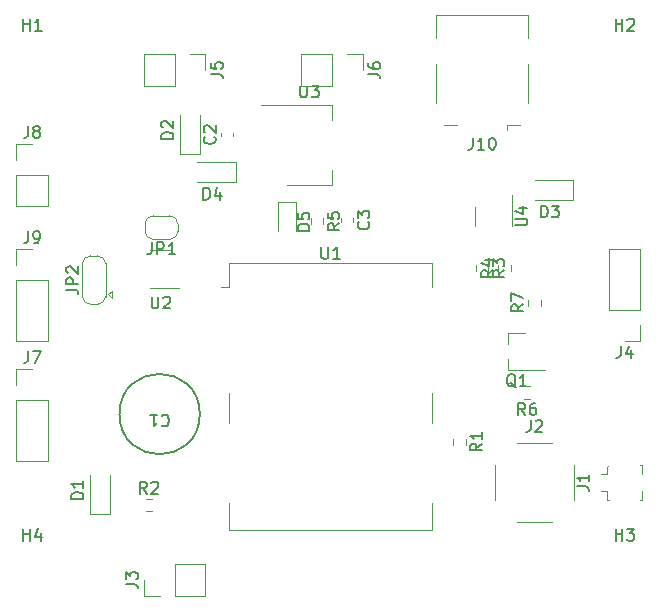
<source format=gto>
%TF.GenerationSoftware,KiCad,Pcbnew,7.0.1*%
%TF.CreationDate,2023-05-23T18:13:33+02:00*%
%TF.ProjectId,ublox-lea-6h-breakout,75626c6f-782d-46c6-9561-2d36682d6272,rev?*%
%TF.SameCoordinates,Original*%
%TF.FileFunction,Legend,Top*%
%TF.FilePolarity,Positive*%
%FSLAX46Y46*%
G04 Gerber Fmt 4.6, Leading zero omitted, Abs format (unit mm)*
G04 Created by KiCad (PCBNEW 7.0.1) date 2023-05-23 18:13:33*
%MOMM*%
%LPD*%
G01*
G04 APERTURE LIST*
%ADD10C,0.150000*%
%ADD11C,0.120000*%
G04 APERTURE END LIST*
D10*
%TO.C,J7*%
X86661666Y-112702619D02*
X86661666Y-113416904D01*
X86661666Y-113416904D02*
X86614047Y-113559761D01*
X86614047Y-113559761D02*
X86518809Y-113655000D01*
X86518809Y-113655000D02*
X86375952Y-113702619D01*
X86375952Y-113702619D02*
X86280714Y-113702619D01*
X87042619Y-112702619D02*
X87709285Y-112702619D01*
X87709285Y-112702619D02*
X87280714Y-113702619D01*
%TO.C,J9*%
X86661666Y-102557619D02*
X86661666Y-103271904D01*
X86661666Y-103271904D02*
X86614047Y-103414761D01*
X86614047Y-103414761D02*
X86518809Y-103510000D01*
X86518809Y-103510000D02*
X86375952Y-103557619D01*
X86375952Y-103557619D02*
X86280714Y-103557619D01*
X87185476Y-103557619D02*
X87375952Y-103557619D01*
X87375952Y-103557619D02*
X87471190Y-103510000D01*
X87471190Y-103510000D02*
X87518809Y-103462380D01*
X87518809Y-103462380D02*
X87614047Y-103319523D01*
X87614047Y-103319523D02*
X87661666Y-103129047D01*
X87661666Y-103129047D02*
X87661666Y-102748095D01*
X87661666Y-102748095D02*
X87614047Y-102652857D01*
X87614047Y-102652857D02*
X87566428Y-102605238D01*
X87566428Y-102605238D02*
X87471190Y-102557619D01*
X87471190Y-102557619D02*
X87280714Y-102557619D01*
X87280714Y-102557619D02*
X87185476Y-102605238D01*
X87185476Y-102605238D02*
X87137857Y-102652857D01*
X87137857Y-102652857D02*
X87090238Y-102748095D01*
X87090238Y-102748095D02*
X87090238Y-102986190D01*
X87090238Y-102986190D02*
X87137857Y-103081428D01*
X87137857Y-103081428D02*
X87185476Y-103129047D01*
X87185476Y-103129047D02*
X87280714Y-103176666D01*
X87280714Y-103176666D02*
X87471190Y-103176666D01*
X87471190Y-103176666D02*
X87566428Y-103129047D01*
X87566428Y-103129047D02*
X87614047Y-103081428D01*
X87614047Y-103081428D02*
X87661666Y-102986190D01*
%TO.C,Q1*%
X127944761Y-115772857D02*
X127849523Y-115725238D01*
X127849523Y-115725238D02*
X127754285Y-115630000D01*
X127754285Y-115630000D02*
X127611428Y-115487142D01*
X127611428Y-115487142D02*
X127516190Y-115439523D01*
X127516190Y-115439523D02*
X127420952Y-115439523D01*
X127468571Y-115677619D02*
X127373333Y-115630000D01*
X127373333Y-115630000D02*
X127278095Y-115534761D01*
X127278095Y-115534761D02*
X127230476Y-115344285D01*
X127230476Y-115344285D02*
X127230476Y-115010952D01*
X127230476Y-115010952D02*
X127278095Y-114820476D01*
X127278095Y-114820476D02*
X127373333Y-114725238D01*
X127373333Y-114725238D02*
X127468571Y-114677619D01*
X127468571Y-114677619D02*
X127659047Y-114677619D01*
X127659047Y-114677619D02*
X127754285Y-114725238D01*
X127754285Y-114725238D02*
X127849523Y-114820476D01*
X127849523Y-114820476D02*
X127897142Y-115010952D01*
X127897142Y-115010952D02*
X127897142Y-115344285D01*
X127897142Y-115344285D02*
X127849523Y-115534761D01*
X127849523Y-115534761D02*
X127754285Y-115630000D01*
X127754285Y-115630000D02*
X127659047Y-115677619D01*
X127659047Y-115677619D02*
X127468571Y-115677619D01*
X128849523Y-115677619D02*
X128278095Y-115677619D01*
X128563809Y-115677619D02*
X128563809Y-114677619D01*
X128563809Y-114677619D02*
X128468571Y-114820476D01*
X128468571Y-114820476D02*
X128373333Y-114915714D01*
X128373333Y-114915714D02*
X128278095Y-114963333D01*
%TO.C,JP1*%
X97116666Y-103497619D02*
X97116666Y-104211904D01*
X97116666Y-104211904D02*
X97069047Y-104354761D01*
X97069047Y-104354761D02*
X96973809Y-104450000D01*
X96973809Y-104450000D02*
X96830952Y-104497619D01*
X96830952Y-104497619D02*
X96735714Y-104497619D01*
X97592857Y-104497619D02*
X97592857Y-103497619D01*
X97592857Y-103497619D02*
X97973809Y-103497619D01*
X97973809Y-103497619D02*
X98069047Y-103545238D01*
X98069047Y-103545238D02*
X98116666Y-103592857D01*
X98116666Y-103592857D02*
X98164285Y-103688095D01*
X98164285Y-103688095D02*
X98164285Y-103830952D01*
X98164285Y-103830952D02*
X98116666Y-103926190D01*
X98116666Y-103926190D02*
X98069047Y-103973809D01*
X98069047Y-103973809D02*
X97973809Y-104021428D01*
X97973809Y-104021428D02*
X97592857Y-104021428D01*
X99116666Y-104497619D02*
X98545238Y-104497619D01*
X98830952Y-104497619D02*
X98830952Y-103497619D01*
X98830952Y-103497619D02*
X98735714Y-103640476D01*
X98735714Y-103640476D02*
X98640476Y-103735714D01*
X98640476Y-103735714D02*
X98545238Y-103783333D01*
%TO.C,U2*%
X97108095Y-108087619D02*
X97108095Y-108897142D01*
X97108095Y-108897142D02*
X97155714Y-108992380D01*
X97155714Y-108992380D02*
X97203333Y-109040000D01*
X97203333Y-109040000D02*
X97298571Y-109087619D01*
X97298571Y-109087619D02*
X97489047Y-109087619D01*
X97489047Y-109087619D02*
X97584285Y-109040000D01*
X97584285Y-109040000D02*
X97631904Y-108992380D01*
X97631904Y-108992380D02*
X97679523Y-108897142D01*
X97679523Y-108897142D02*
X97679523Y-108087619D01*
X98108095Y-108182857D02*
X98155714Y-108135238D01*
X98155714Y-108135238D02*
X98250952Y-108087619D01*
X98250952Y-108087619D02*
X98489047Y-108087619D01*
X98489047Y-108087619D02*
X98584285Y-108135238D01*
X98584285Y-108135238D02*
X98631904Y-108182857D01*
X98631904Y-108182857D02*
X98679523Y-108278095D01*
X98679523Y-108278095D02*
X98679523Y-108373333D01*
X98679523Y-108373333D02*
X98631904Y-108516190D01*
X98631904Y-108516190D02*
X98060476Y-109087619D01*
X98060476Y-109087619D02*
X98679523Y-109087619D01*
%TO.C,U1*%
X111488095Y-103887619D02*
X111488095Y-104697142D01*
X111488095Y-104697142D02*
X111535714Y-104792380D01*
X111535714Y-104792380D02*
X111583333Y-104840000D01*
X111583333Y-104840000D02*
X111678571Y-104887619D01*
X111678571Y-104887619D02*
X111869047Y-104887619D01*
X111869047Y-104887619D02*
X111964285Y-104840000D01*
X111964285Y-104840000D02*
X112011904Y-104792380D01*
X112011904Y-104792380D02*
X112059523Y-104697142D01*
X112059523Y-104697142D02*
X112059523Y-103887619D01*
X113059523Y-104887619D02*
X112488095Y-104887619D01*
X112773809Y-104887619D02*
X112773809Y-103887619D01*
X112773809Y-103887619D02*
X112678571Y-104030476D01*
X112678571Y-104030476D02*
X112583333Y-104125714D01*
X112583333Y-104125714D02*
X112488095Y-104173333D01*
%TO.C,J4*%
X136826666Y-112282619D02*
X136826666Y-112996904D01*
X136826666Y-112996904D02*
X136779047Y-113139761D01*
X136779047Y-113139761D02*
X136683809Y-113235000D01*
X136683809Y-113235000D02*
X136540952Y-113282619D01*
X136540952Y-113282619D02*
X136445714Y-113282619D01*
X137731428Y-112615952D02*
X137731428Y-113282619D01*
X137493333Y-112235000D02*
X137255238Y-112949285D01*
X137255238Y-112949285D02*
X137874285Y-112949285D01*
%TO.C,R6*%
X128738333Y-118097619D02*
X128405000Y-117621428D01*
X128166905Y-118097619D02*
X128166905Y-117097619D01*
X128166905Y-117097619D02*
X128547857Y-117097619D01*
X128547857Y-117097619D02*
X128643095Y-117145238D01*
X128643095Y-117145238D02*
X128690714Y-117192857D01*
X128690714Y-117192857D02*
X128738333Y-117288095D01*
X128738333Y-117288095D02*
X128738333Y-117430952D01*
X128738333Y-117430952D02*
X128690714Y-117526190D01*
X128690714Y-117526190D02*
X128643095Y-117573809D01*
X128643095Y-117573809D02*
X128547857Y-117621428D01*
X128547857Y-117621428D02*
X128166905Y-117621428D01*
X129595476Y-117097619D02*
X129405000Y-117097619D01*
X129405000Y-117097619D02*
X129309762Y-117145238D01*
X129309762Y-117145238D02*
X129262143Y-117192857D01*
X129262143Y-117192857D02*
X129166905Y-117335714D01*
X129166905Y-117335714D02*
X129119286Y-117526190D01*
X129119286Y-117526190D02*
X129119286Y-117907142D01*
X129119286Y-117907142D02*
X129166905Y-118002380D01*
X129166905Y-118002380D02*
X129214524Y-118050000D01*
X129214524Y-118050000D02*
X129309762Y-118097619D01*
X129309762Y-118097619D02*
X129500238Y-118097619D01*
X129500238Y-118097619D02*
X129595476Y-118050000D01*
X129595476Y-118050000D02*
X129643095Y-118002380D01*
X129643095Y-118002380D02*
X129690714Y-117907142D01*
X129690714Y-117907142D02*
X129690714Y-117669047D01*
X129690714Y-117669047D02*
X129643095Y-117573809D01*
X129643095Y-117573809D02*
X129595476Y-117526190D01*
X129595476Y-117526190D02*
X129500238Y-117478571D01*
X129500238Y-117478571D02*
X129309762Y-117478571D01*
X129309762Y-117478571D02*
X129214524Y-117526190D01*
X129214524Y-117526190D02*
X129166905Y-117573809D01*
X129166905Y-117573809D02*
X129119286Y-117669047D01*
%TO.C,R4*%
X126032619Y-105854166D02*
X125556428Y-106187499D01*
X126032619Y-106425594D02*
X125032619Y-106425594D01*
X125032619Y-106425594D02*
X125032619Y-106044642D01*
X125032619Y-106044642D02*
X125080238Y-105949404D01*
X125080238Y-105949404D02*
X125127857Y-105901785D01*
X125127857Y-105901785D02*
X125223095Y-105854166D01*
X125223095Y-105854166D02*
X125365952Y-105854166D01*
X125365952Y-105854166D02*
X125461190Y-105901785D01*
X125461190Y-105901785D02*
X125508809Y-105949404D01*
X125508809Y-105949404D02*
X125556428Y-106044642D01*
X125556428Y-106044642D02*
X125556428Y-106425594D01*
X125365952Y-104997023D02*
X126032619Y-104997023D01*
X124985000Y-105235118D02*
X125699285Y-105473213D01*
X125699285Y-105473213D02*
X125699285Y-104854166D01*
%TO.C,J6*%
X115457619Y-89233333D02*
X116171904Y-89233333D01*
X116171904Y-89233333D02*
X116314761Y-89280952D01*
X116314761Y-89280952D02*
X116410000Y-89376190D01*
X116410000Y-89376190D02*
X116457619Y-89519047D01*
X116457619Y-89519047D02*
X116457619Y-89614285D01*
X115457619Y-88328571D02*
X115457619Y-88519047D01*
X115457619Y-88519047D02*
X115505238Y-88614285D01*
X115505238Y-88614285D02*
X115552857Y-88661904D01*
X115552857Y-88661904D02*
X115695714Y-88757142D01*
X115695714Y-88757142D02*
X115886190Y-88804761D01*
X115886190Y-88804761D02*
X116267142Y-88804761D01*
X116267142Y-88804761D02*
X116362380Y-88757142D01*
X116362380Y-88757142D02*
X116410000Y-88709523D01*
X116410000Y-88709523D02*
X116457619Y-88614285D01*
X116457619Y-88614285D02*
X116457619Y-88423809D01*
X116457619Y-88423809D02*
X116410000Y-88328571D01*
X116410000Y-88328571D02*
X116362380Y-88280952D01*
X116362380Y-88280952D02*
X116267142Y-88233333D01*
X116267142Y-88233333D02*
X116029047Y-88233333D01*
X116029047Y-88233333D02*
X115933809Y-88280952D01*
X115933809Y-88280952D02*
X115886190Y-88328571D01*
X115886190Y-88328571D02*
X115838571Y-88423809D01*
X115838571Y-88423809D02*
X115838571Y-88614285D01*
X115838571Y-88614285D02*
X115886190Y-88709523D01*
X115886190Y-88709523D02*
X115933809Y-88757142D01*
X115933809Y-88757142D02*
X116029047Y-88804761D01*
%TO.C,D1*%
X91322619Y-125218094D02*
X90322619Y-125218094D01*
X90322619Y-125218094D02*
X90322619Y-124979999D01*
X90322619Y-124979999D02*
X90370238Y-124837142D01*
X90370238Y-124837142D02*
X90465476Y-124741904D01*
X90465476Y-124741904D02*
X90560714Y-124694285D01*
X90560714Y-124694285D02*
X90751190Y-124646666D01*
X90751190Y-124646666D02*
X90894047Y-124646666D01*
X90894047Y-124646666D02*
X91084523Y-124694285D01*
X91084523Y-124694285D02*
X91179761Y-124741904D01*
X91179761Y-124741904D02*
X91275000Y-124837142D01*
X91275000Y-124837142D02*
X91322619Y-124979999D01*
X91322619Y-124979999D02*
X91322619Y-125218094D01*
X91322619Y-123694285D02*
X91322619Y-124265713D01*
X91322619Y-123979999D02*
X90322619Y-123979999D01*
X90322619Y-123979999D02*
X90465476Y-124075237D01*
X90465476Y-124075237D02*
X90560714Y-124170475D01*
X90560714Y-124170475D02*
X90608333Y-124265713D01*
%TO.C,R1*%
X125082619Y-120539166D02*
X124606428Y-120872499D01*
X125082619Y-121110594D02*
X124082619Y-121110594D01*
X124082619Y-121110594D02*
X124082619Y-120729642D01*
X124082619Y-120729642D02*
X124130238Y-120634404D01*
X124130238Y-120634404D02*
X124177857Y-120586785D01*
X124177857Y-120586785D02*
X124273095Y-120539166D01*
X124273095Y-120539166D02*
X124415952Y-120539166D01*
X124415952Y-120539166D02*
X124511190Y-120586785D01*
X124511190Y-120586785D02*
X124558809Y-120634404D01*
X124558809Y-120634404D02*
X124606428Y-120729642D01*
X124606428Y-120729642D02*
X124606428Y-121110594D01*
X125082619Y-119586785D02*
X125082619Y-120158213D01*
X125082619Y-119872499D02*
X124082619Y-119872499D01*
X124082619Y-119872499D02*
X124225476Y-119967737D01*
X124225476Y-119967737D02*
X124320714Y-120062975D01*
X124320714Y-120062975D02*
X124368333Y-120158213D01*
%TO.C,D3*%
X130071905Y-101372619D02*
X130071905Y-100372619D01*
X130071905Y-100372619D02*
X130310000Y-100372619D01*
X130310000Y-100372619D02*
X130452857Y-100420238D01*
X130452857Y-100420238D02*
X130548095Y-100515476D01*
X130548095Y-100515476D02*
X130595714Y-100610714D01*
X130595714Y-100610714D02*
X130643333Y-100801190D01*
X130643333Y-100801190D02*
X130643333Y-100944047D01*
X130643333Y-100944047D02*
X130595714Y-101134523D01*
X130595714Y-101134523D02*
X130548095Y-101229761D01*
X130548095Y-101229761D02*
X130452857Y-101325000D01*
X130452857Y-101325000D02*
X130310000Y-101372619D01*
X130310000Y-101372619D02*
X130071905Y-101372619D01*
X130976667Y-100372619D02*
X131595714Y-100372619D01*
X131595714Y-100372619D02*
X131262381Y-100753571D01*
X131262381Y-100753571D02*
X131405238Y-100753571D01*
X131405238Y-100753571D02*
X131500476Y-100801190D01*
X131500476Y-100801190D02*
X131548095Y-100848809D01*
X131548095Y-100848809D02*
X131595714Y-100944047D01*
X131595714Y-100944047D02*
X131595714Y-101182142D01*
X131595714Y-101182142D02*
X131548095Y-101277380D01*
X131548095Y-101277380D02*
X131500476Y-101325000D01*
X131500476Y-101325000D02*
X131405238Y-101372619D01*
X131405238Y-101372619D02*
X131119524Y-101372619D01*
X131119524Y-101372619D02*
X131024286Y-101325000D01*
X131024286Y-101325000D02*
X130976667Y-101277380D01*
%TO.C,J8*%
X86661666Y-93652619D02*
X86661666Y-94366904D01*
X86661666Y-94366904D02*
X86614047Y-94509761D01*
X86614047Y-94509761D02*
X86518809Y-94605000D01*
X86518809Y-94605000D02*
X86375952Y-94652619D01*
X86375952Y-94652619D02*
X86280714Y-94652619D01*
X87280714Y-94081190D02*
X87185476Y-94033571D01*
X87185476Y-94033571D02*
X87137857Y-93985952D01*
X87137857Y-93985952D02*
X87090238Y-93890714D01*
X87090238Y-93890714D02*
X87090238Y-93843095D01*
X87090238Y-93843095D02*
X87137857Y-93747857D01*
X87137857Y-93747857D02*
X87185476Y-93700238D01*
X87185476Y-93700238D02*
X87280714Y-93652619D01*
X87280714Y-93652619D02*
X87471190Y-93652619D01*
X87471190Y-93652619D02*
X87566428Y-93700238D01*
X87566428Y-93700238D02*
X87614047Y-93747857D01*
X87614047Y-93747857D02*
X87661666Y-93843095D01*
X87661666Y-93843095D02*
X87661666Y-93890714D01*
X87661666Y-93890714D02*
X87614047Y-93985952D01*
X87614047Y-93985952D02*
X87566428Y-94033571D01*
X87566428Y-94033571D02*
X87471190Y-94081190D01*
X87471190Y-94081190D02*
X87280714Y-94081190D01*
X87280714Y-94081190D02*
X87185476Y-94128809D01*
X87185476Y-94128809D02*
X87137857Y-94176428D01*
X87137857Y-94176428D02*
X87090238Y-94271666D01*
X87090238Y-94271666D02*
X87090238Y-94462142D01*
X87090238Y-94462142D02*
X87137857Y-94557380D01*
X87137857Y-94557380D02*
X87185476Y-94605000D01*
X87185476Y-94605000D02*
X87280714Y-94652619D01*
X87280714Y-94652619D02*
X87471190Y-94652619D01*
X87471190Y-94652619D02*
X87566428Y-94605000D01*
X87566428Y-94605000D02*
X87614047Y-94557380D01*
X87614047Y-94557380D02*
X87661666Y-94462142D01*
X87661666Y-94462142D02*
X87661666Y-94271666D01*
X87661666Y-94271666D02*
X87614047Y-94176428D01*
X87614047Y-94176428D02*
X87566428Y-94128809D01*
X87566428Y-94128809D02*
X87471190Y-94081190D01*
%TO.C,H2*%
X136398095Y-85562619D02*
X136398095Y-84562619D01*
X136398095Y-85038809D02*
X136969523Y-85038809D01*
X136969523Y-85562619D02*
X136969523Y-84562619D01*
X137398095Y-84657857D02*
X137445714Y-84610238D01*
X137445714Y-84610238D02*
X137540952Y-84562619D01*
X137540952Y-84562619D02*
X137779047Y-84562619D01*
X137779047Y-84562619D02*
X137874285Y-84610238D01*
X137874285Y-84610238D02*
X137921904Y-84657857D01*
X137921904Y-84657857D02*
X137969523Y-84753095D01*
X137969523Y-84753095D02*
X137969523Y-84848333D01*
X137969523Y-84848333D02*
X137921904Y-84991190D01*
X137921904Y-84991190D02*
X137350476Y-85562619D01*
X137350476Y-85562619D02*
X137969523Y-85562619D01*
%TO.C,C1*%
X97956666Y-118162619D02*
X98004285Y-118115000D01*
X98004285Y-118115000D02*
X98147142Y-118067380D01*
X98147142Y-118067380D02*
X98242380Y-118067380D01*
X98242380Y-118067380D02*
X98385237Y-118115000D01*
X98385237Y-118115000D02*
X98480475Y-118210238D01*
X98480475Y-118210238D02*
X98528094Y-118305476D01*
X98528094Y-118305476D02*
X98575713Y-118495952D01*
X98575713Y-118495952D02*
X98575713Y-118638809D01*
X98575713Y-118638809D02*
X98528094Y-118829285D01*
X98528094Y-118829285D02*
X98480475Y-118924523D01*
X98480475Y-118924523D02*
X98385237Y-119019761D01*
X98385237Y-119019761D02*
X98242380Y-119067380D01*
X98242380Y-119067380D02*
X98147142Y-119067380D01*
X98147142Y-119067380D02*
X98004285Y-119019761D01*
X98004285Y-119019761D02*
X97956666Y-118972142D01*
X97004285Y-118067380D02*
X97575713Y-118067380D01*
X97289999Y-118067380D02*
X97289999Y-119067380D01*
X97289999Y-119067380D02*
X97385237Y-118924523D01*
X97385237Y-118924523D02*
X97480475Y-118829285D01*
X97480475Y-118829285D02*
X97575713Y-118781666D01*
%TO.C,R7*%
X128572619Y-108751666D02*
X128096428Y-109084999D01*
X128572619Y-109323094D02*
X127572619Y-109323094D01*
X127572619Y-109323094D02*
X127572619Y-108942142D01*
X127572619Y-108942142D02*
X127620238Y-108846904D01*
X127620238Y-108846904D02*
X127667857Y-108799285D01*
X127667857Y-108799285D02*
X127763095Y-108751666D01*
X127763095Y-108751666D02*
X127905952Y-108751666D01*
X127905952Y-108751666D02*
X128001190Y-108799285D01*
X128001190Y-108799285D02*
X128048809Y-108846904D01*
X128048809Y-108846904D02*
X128096428Y-108942142D01*
X128096428Y-108942142D02*
X128096428Y-109323094D01*
X127572619Y-108418332D02*
X127572619Y-107751666D01*
X127572619Y-107751666D02*
X128572619Y-108180237D01*
%TO.C,J1*%
X133122619Y-124158333D02*
X133836904Y-124158333D01*
X133836904Y-124158333D02*
X133979761Y-124205952D01*
X133979761Y-124205952D02*
X134075000Y-124301190D01*
X134075000Y-124301190D02*
X134122619Y-124444047D01*
X134122619Y-124444047D02*
X134122619Y-124539285D01*
X134122619Y-123158333D02*
X134122619Y-123729761D01*
X134122619Y-123444047D02*
X133122619Y-123444047D01*
X133122619Y-123444047D02*
X133265476Y-123539285D01*
X133265476Y-123539285D02*
X133360714Y-123634523D01*
X133360714Y-123634523D02*
X133408333Y-123729761D01*
%TO.C,H4*%
X86233095Y-128742619D02*
X86233095Y-127742619D01*
X86233095Y-128218809D02*
X86804523Y-128218809D01*
X86804523Y-128742619D02*
X86804523Y-127742619D01*
X87709285Y-128075952D02*
X87709285Y-128742619D01*
X87471190Y-127695000D02*
X87233095Y-128409285D01*
X87233095Y-128409285D02*
X87852142Y-128409285D01*
%TO.C,J3*%
X94922619Y-132413333D02*
X95636904Y-132413333D01*
X95636904Y-132413333D02*
X95779761Y-132460952D01*
X95779761Y-132460952D02*
X95875000Y-132556190D01*
X95875000Y-132556190D02*
X95922619Y-132699047D01*
X95922619Y-132699047D02*
X95922619Y-132794285D01*
X94922619Y-132032380D02*
X94922619Y-131413333D01*
X94922619Y-131413333D02*
X95303571Y-131746666D01*
X95303571Y-131746666D02*
X95303571Y-131603809D01*
X95303571Y-131603809D02*
X95351190Y-131508571D01*
X95351190Y-131508571D02*
X95398809Y-131460952D01*
X95398809Y-131460952D02*
X95494047Y-131413333D01*
X95494047Y-131413333D02*
X95732142Y-131413333D01*
X95732142Y-131413333D02*
X95827380Y-131460952D01*
X95827380Y-131460952D02*
X95875000Y-131508571D01*
X95875000Y-131508571D02*
X95922619Y-131603809D01*
X95922619Y-131603809D02*
X95922619Y-131889523D01*
X95922619Y-131889523D02*
X95875000Y-131984761D01*
X95875000Y-131984761D02*
X95827380Y-132032380D01*
%TO.C,J2*%
X129206666Y-118537619D02*
X129206666Y-119251904D01*
X129206666Y-119251904D02*
X129159047Y-119394761D01*
X129159047Y-119394761D02*
X129063809Y-119490000D01*
X129063809Y-119490000D02*
X128920952Y-119537619D01*
X128920952Y-119537619D02*
X128825714Y-119537619D01*
X129635238Y-118632857D02*
X129682857Y-118585238D01*
X129682857Y-118585238D02*
X129778095Y-118537619D01*
X129778095Y-118537619D02*
X130016190Y-118537619D01*
X130016190Y-118537619D02*
X130111428Y-118585238D01*
X130111428Y-118585238D02*
X130159047Y-118632857D01*
X130159047Y-118632857D02*
X130206666Y-118728095D01*
X130206666Y-118728095D02*
X130206666Y-118823333D01*
X130206666Y-118823333D02*
X130159047Y-118966190D01*
X130159047Y-118966190D02*
X129587619Y-119537619D01*
X129587619Y-119537619D02*
X130206666Y-119537619D01*
%TO.C,H1*%
X86233095Y-85562619D02*
X86233095Y-84562619D01*
X86233095Y-85038809D02*
X86804523Y-85038809D01*
X86804523Y-85562619D02*
X86804523Y-84562619D01*
X87804523Y-85562619D02*
X87233095Y-85562619D01*
X87518809Y-85562619D02*
X87518809Y-84562619D01*
X87518809Y-84562619D02*
X87423571Y-84705476D01*
X87423571Y-84705476D02*
X87328333Y-84800714D01*
X87328333Y-84800714D02*
X87233095Y-84848333D01*
%TO.C,U4*%
X127907619Y-102051904D02*
X128717142Y-102051904D01*
X128717142Y-102051904D02*
X128812380Y-102004285D01*
X128812380Y-102004285D02*
X128860000Y-101956666D01*
X128860000Y-101956666D02*
X128907619Y-101861428D01*
X128907619Y-101861428D02*
X128907619Y-101670952D01*
X128907619Y-101670952D02*
X128860000Y-101575714D01*
X128860000Y-101575714D02*
X128812380Y-101528095D01*
X128812380Y-101528095D02*
X128717142Y-101480476D01*
X128717142Y-101480476D02*
X127907619Y-101480476D01*
X128240952Y-100575714D02*
X128907619Y-100575714D01*
X127860000Y-100813809D02*
X128574285Y-101051904D01*
X128574285Y-101051904D02*
X128574285Y-100432857D01*
%TO.C,R5*%
X113012619Y-101884166D02*
X112536428Y-102217499D01*
X113012619Y-102455594D02*
X112012619Y-102455594D01*
X112012619Y-102455594D02*
X112012619Y-102074642D01*
X112012619Y-102074642D02*
X112060238Y-101979404D01*
X112060238Y-101979404D02*
X112107857Y-101931785D01*
X112107857Y-101931785D02*
X112203095Y-101884166D01*
X112203095Y-101884166D02*
X112345952Y-101884166D01*
X112345952Y-101884166D02*
X112441190Y-101931785D01*
X112441190Y-101931785D02*
X112488809Y-101979404D01*
X112488809Y-101979404D02*
X112536428Y-102074642D01*
X112536428Y-102074642D02*
X112536428Y-102455594D01*
X112012619Y-100979404D02*
X112012619Y-101455594D01*
X112012619Y-101455594D02*
X112488809Y-101503213D01*
X112488809Y-101503213D02*
X112441190Y-101455594D01*
X112441190Y-101455594D02*
X112393571Y-101360356D01*
X112393571Y-101360356D02*
X112393571Y-101122261D01*
X112393571Y-101122261D02*
X112441190Y-101027023D01*
X112441190Y-101027023D02*
X112488809Y-100979404D01*
X112488809Y-100979404D02*
X112584047Y-100931785D01*
X112584047Y-100931785D02*
X112822142Y-100931785D01*
X112822142Y-100931785D02*
X112917380Y-100979404D01*
X112917380Y-100979404D02*
X112965000Y-101027023D01*
X112965000Y-101027023D02*
X113012619Y-101122261D01*
X113012619Y-101122261D02*
X113012619Y-101360356D01*
X113012619Y-101360356D02*
X112965000Y-101455594D01*
X112965000Y-101455594D02*
X112917380Y-101503213D01*
%TO.C,U3*%
X109698095Y-90212619D02*
X109698095Y-91022142D01*
X109698095Y-91022142D02*
X109745714Y-91117380D01*
X109745714Y-91117380D02*
X109793333Y-91165000D01*
X109793333Y-91165000D02*
X109888571Y-91212619D01*
X109888571Y-91212619D02*
X110079047Y-91212619D01*
X110079047Y-91212619D02*
X110174285Y-91165000D01*
X110174285Y-91165000D02*
X110221904Y-91117380D01*
X110221904Y-91117380D02*
X110269523Y-91022142D01*
X110269523Y-91022142D02*
X110269523Y-90212619D01*
X110650476Y-90212619D02*
X111269523Y-90212619D01*
X111269523Y-90212619D02*
X110936190Y-90593571D01*
X110936190Y-90593571D02*
X111079047Y-90593571D01*
X111079047Y-90593571D02*
X111174285Y-90641190D01*
X111174285Y-90641190D02*
X111221904Y-90688809D01*
X111221904Y-90688809D02*
X111269523Y-90784047D01*
X111269523Y-90784047D02*
X111269523Y-91022142D01*
X111269523Y-91022142D02*
X111221904Y-91117380D01*
X111221904Y-91117380D02*
X111174285Y-91165000D01*
X111174285Y-91165000D02*
X111079047Y-91212619D01*
X111079047Y-91212619D02*
X110793333Y-91212619D01*
X110793333Y-91212619D02*
X110698095Y-91165000D01*
X110698095Y-91165000D02*
X110650476Y-91117380D01*
%TO.C,J10*%
X124285476Y-94632619D02*
X124285476Y-95346904D01*
X124285476Y-95346904D02*
X124237857Y-95489761D01*
X124237857Y-95489761D02*
X124142619Y-95585000D01*
X124142619Y-95585000D02*
X123999762Y-95632619D01*
X123999762Y-95632619D02*
X123904524Y-95632619D01*
X125285476Y-95632619D02*
X124714048Y-95632619D01*
X124999762Y-95632619D02*
X124999762Y-94632619D01*
X124999762Y-94632619D02*
X124904524Y-94775476D01*
X124904524Y-94775476D02*
X124809286Y-94870714D01*
X124809286Y-94870714D02*
X124714048Y-94918333D01*
X125904524Y-94632619D02*
X125999762Y-94632619D01*
X125999762Y-94632619D02*
X126095000Y-94680238D01*
X126095000Y-94680238D02*
X126142619Y-94727857D01*
X126142619Y-94727857D02*
X126190238Y-94823095D01*
X126190238Y-94823095D02*
X126237857Y-95013571D01*
X126237857Y-95013571D02*
X126237857Y-95251666D01*
X126237857Y-95251666D02*
X126190238Y-95442142D01*
X126190238Y-95442142D02*
X126142619Y-95537380D01*
X126142619Y-95537380D02*
X126095000Y-95585000D01*
X126095000Y-95585000D02*
X125999762Y-95632619D01*
X125999762Y-95632619D02*
X125904524Y-95632619D01*
X125904524Y-95632619D02*
X125809286Y-95585000D01*
X125809286Y-95585000D02*
X125761667Y-95537380D01*
X125761667Y-95537380D02*
X125714048Y-95442142D01*
X125714048Y-95442142D02*
X125666429Y-95251666D01*
X125666429Y-95251666D02*
X125666429Y-95013571D01*
X125666429Y-95013571D02*
X125714048Y-94823095D01*
X125714048Y-94823095D02*
X125761667Y-94727857D01*
X125761667Y-94727857D02*
X125809286Y-94680238D01*
X125809286Y-94680238D02*
X125904524Y-94632619D01*
%TO.C,H3*%
X136398095Y-128742619D02*
X136398095Y-127742619D01*
X136398095Y-128218809D02*
X136969523Y-128218809D01*
X136969523Y-128742619D02*
X136969523Y-127742619D01*
X137350476Y-127742619D02*
X137969523Y-127742619D01*
X137969523Y-127742619D02*
X137636190Y-128123571D01*
X137636190Y-128123571D02*
X137779047Y-128123571D01*
X137779047Y-128123571D02*
X137874285Y-128171190D01*
X137874285Y-128171190D02*
X137921904Y-128218809D01*
X137921904Y-128218809D02*
X137969523Y-128314047D01*
X137969523Y-128314047D02*
X137969523Y-128552142D01*
X137969523Y-128552142D02*
X137921904Y-128647380D01*
X137921904Y-128647380D02*
X137874285Y-128695000D01*
X137874285Y-128695000D02*
X137779047Y-128742619D01*
X137779047Y-128742619D02*
X137493333Y-128742619D01*
X137493333Y-128742619D02*
X137398095Y-128695000D01*
X137398095Y-128695000D02*
X137350476Y-128647380D01*
%TO.C,C3*%
X115457380Y-101754166D02*
X115505000Y-101801785D01*
X115505000Y-101801785D02*
X115552619Y-101944642D01*
X115552619Y-101944642D02*
X115552619Y-102039880D01*
X115552619Y-102039880D02*
X115505000Y-102182737D01*
X115505000Y-102182737D02*
X115409761Y-102277975D01*
X115409761Y-102277975D02*
X115314523Y-102325594D01*
X115314523Y-102325594D02*
X115124047Y-102373213D01*
X115124047Y-102373213D02*
X114981190Y-102373213D01*
X114981190Y-102373213D02*
X114790714Y-102325594D01*
X114790714Y-102325594D02*
X114695476Y-102277975D01*
X114695476Y-102277975D02*
X114600238Y-102182737D01*
X114600238Y-102182737D02*
X114552619Y-102039880D01*
X114552619Y-102039880D02*
X114552619Y-101944642D01*
X114552619Y-101944642D02*
X114600238Y-101801785D01*
X114600238Y-101801785D02*
X114647857Y-101754166D01*
X114552619Y-101420832D02*
X114552619Y-100801785D01*
X114552619Y-100801785D02*
X114933571Y-101135118D01*
X114933571Y-101135118D02*
X114933571Y-100992261D01*
X114933571Y-100992261D02*
X114981190Y-100897023D01*
X114981190Y-100897023D02*
X115028809Y-100849404D01*
X115028809Y-100849404D02*
X115124047Y-100801785D01*
X115124047Y-100801785D02*
X115362142Y-100801785D01*
X115362142Y-100801785D02*
X115457380Y-100849404D01*
X115457380Y-100849404D02*
X115505000Y-100897023D01*
X115505000Y-100897023D02*
X115552619Y-100992261D01*
X115552619Y-100992261D02*
X115552619Y-101277975D01*
X115552619Y-101277975D02*
X115505000Y-101373213D01*
X115505000Y-101373213D02*
X115457380Y-101420832D01*
%TO.C,D2*%
X98942619Y-94718094D02*
X97942619Y-94718094D01*
X97942619Y-94718094D02*
X97942619Y-94479999D01*
X97942619Y-94479999D02*
X97990238Y-94337142D01*
X97990238Y-94337142D02*
X98085476Y-94241904D01*
X98085476Y-94241904D02*
X98180714Y-94194285D01*
X98180714Y-94194285D02*
X98371190Y-94146666D01*
X98371190Y-94146666D02*
X98514047Y-94146666D01*
X98514047Y-94146666D02*
X98704523Y-94194285D01*
X98704523Y-94194285D02*
X98799761Y-94241904D01*
X98799761Y-94241904D02*
X98895000Y-94337142D01*
X98895000Y-94337142D02*
X98942619Y-94479999D01*
X98942619Y-94479999D02*
X98942619Y-94718094D01*
X98037857Y-93765713D02*
X97990238Y-93718094D01*
X97990238Y-93718094D02*
X97942619Y-93622856D01*
X97942619Y-93622856D02*
X97942619Y-93384761D01*
X97942619Y-93384761D02*
X97990238Y-93289523D01*
X97990238Y-93289523D02*
X98037857Y-93241904D01*
X98037857Y-93241904D02*
X98133095Y-93194285D01*
X98133095Y-93194285D02*
X98228333Y-93194285D01*
X98228333Y-93194285D02*
X98371190Y-93241904D01*
X98371190Y-93241904D02*
X98942619Y-93813332D01*
X98942619Y-93813332D02*
X98942619Y-93194285D01*
%TO.C,D5*%
X110472619Y-102493094D02*
X109472619Y-102493094D01*
X109472619Y-102493094D02*
X109472619Y-102254999D01*
X109472619Y-102254999D02*
X109520238Y-102112142D01*
X109520238Y-102112142D02*
X109615476Y-102016904D01*
X109615476Y-102016904D02*
X109710714Y-101969285D01*
X109710714Y-101969285D02*
X109901190Y-101921666D01*
X109901190Y-101921666D02*
X110044047Y-101921666D01*
X110044047Y-101921666D02*
X110234523Y-101969285D01*
X110234523Y-101969285D02*
X110329761Y-102016904D01*
X110329761Y-102016904D02*
X110425000Y-102112142D01*
X110425000Y-102112142D02*
X110472619Y-102254999D01*
X110472619Y-102254999D02*
X110472619Y-102493094D01*
X109472619Y-101016904D02*
X109472619Y-101493094D01*
X109472619Y-101493094D02*
X109948809Y-101540713D01*
X109948809Y-101540713D02*
X109901190Y-101493094D01*
X109901190Y-101493094D02*
X109853571Y-101397856D01*
X109853571Y-101397856D02*
X109853571Y-101159761D01*
X109853571Y-101159761D02*
X109901190Y-101064523D01*
X109901190Y-101064523D02*
X109948809Y-101016904D01*
X109948809Y-101016904D02*
X110044047Y-100969285D01*
X110044047Y-100969285D02*
X110282142Y-100969285D01*
X110282142Y-100969285D02*
X110377380Y-101016904D01*
X110377380Y-101016904D02*
X110425000Y-101064523D01*
X110425000Y-101064523D02*
X110472619Y-101159761D01*
X110472619Y-101159761D02*
X110472619Y-101397856D01*
X110472619Y-101397856D02*
X110425000Y-101493094D01*
X110425000Y-101493094D02*
X110377380Y-101540713D01*
%TO.C,JP2*%
X89897619Y-107513333D02*
X90611904Y-107513333D01*
X90611904Y-107513333D02*
X90754761Y-107560952D01*
X90754761Y-107560952D02*
X90850000Y-107656190D01*
X90850000Y-107656190D02*
X90897619Y-107799047D01*
X90897619Y-107799047D02*
X90897619Y-107894285D01*
X90897619Y-107037142D02*
X89897619Y-107037142D01*
X89897619Y-107037142D02*
X89897619Y-106656190D01*
X89897619Y-106656190D02*
X89945238Y-106560952D01*
X89945238Y-106560952D02*
X89992857Y-106513333D01*
X89992857Y-106513333D02*
X90088095Y-106465714D01*
X90088095Y-106465714D02*
X90230952Y-106465714D01*
X90230952Y-106465714D02*
X90326190Y-106513333D01*
X90326190Y-106513333D02*
X90373809Y-106560952D01*
X90373809Y-106560952D02*
X90421428Y-106656190D01*
X90421428Y-106656190D02*
X90421428Y-107037142D01*
X89992857Y-106084761D02*
X89945238Y-106037142D01*
X89945238Y-106037142D02*
X89897619Y-105941904D01*
X89897619Y-105941904D02*
X89897619Y-105703809D01*
X89897619Y-105703809D02*
X89945238Y-105608571D01*
X89945238Y-105608571D02*
X89992857Y-105560952D01*
X89992857Y-105560952D02*
X90088095Y-105513333D01*
X90088095Y-105513333D02*
X90183333Y-105513333D01*
X90183333Y-105513333D02*
X90326190Y-105560952D01*
X90326190Y-105560952D02*
X90897619Y-106132380D01*
X90897619Y-106132380D02*
X90897619Y-105513333D01*
%TO.C,D4*%
X101491905Y-99862619D02*
X101491905Y-98862619D01*
X101491905Y-98862619D02*
X101730000Y-98862619D01*
X101730000Y-98862619D02*
X101872857Y-98910238D01*
X101872857Y-98910238D02*
X101968095Y-99005476D01*
X101968095Y-99005476D02*
X102015714Y-99100714D01*
X102015714Y-99100714D02*
X102063333Y-99291190D01*
X102063333Y-99291190D02*
X102063333Y-99434047D01*
X102063333Y-99434047D02*
X102015714Y-99624523D01*
X102015714Y-99624523D02*
X101968095Y-99719761D01*
X101968095Y-99719761D02*
X101872857Y-99815000D01*
X101872857Y-99815000D02*
X101730000Y-99862619D01*
X101730000Y-99862619D02*
X101491905Y-99862619D01*
X102920476Y-99195952D02*
X102920476Y-99862619D01*
X102682381Y-98815000D02*
X102444286Y-99529285D01*
X102444286Y-99529285D02*
X103063333Y-99529285D01*
%TO.C,R2*%
X96710833Y-124762619D02*
X96377500Y-124286428D01*
X96139405Y-124762619D02*
X96139405Y-123762619D01*
X96139405Y-123762619D02*
X96520357Y-123762619D01*
X96520357Y-123762619D02*
X96615595Y-123810238D01*
X96615595Y-123810238D02*
X96663214Y-123857857D01*
X96663214Y-123857857D02*
X96710833Y-123953095D01*
X96710833Y-123953095D02*
X96710833Y-124095952D01*
X96710833Y-124095952D02*
X96663214Y-124191190D01*
X96663214Y-124191190D02*
X96615595Y-124238809D01*
X96615595Y-124238809D02*
X96520357Y-124286428D01*
X96520357Y-124286428D02*
X96139405Y-124286428D01*
X97091786Y-123857857D02*
X97139405Y-123810238D01*
X97139405Y-123810238D02*
X97234643Y-123762619D01*
X97234643Y-123762619D02*
X97472738Y-123762619D01*
X97472738Y-123762619D02*
X97567976Y-123810238D01*
X97567976Y-123810238D02*
X97615595Y-123857857D01*
X97615595Y-123857857D02*
X97663214Y-123953095D01*
X97663214Y-123953095D02*
X97663214Y-124048333D01*
X97663214Y-124048333D02*
X97615595Y-124191190D01*
X97615595Y-124191190D02*
X97044167Y-124762619D01*
X97044167Y-124762619D02*
X97663214Y-124762619D01*
%TO.C,R3*%
X126987619Y-105854166D02*
X126511428Y-106187499D01*
X126987619Y-106425594D02*
X125987619Y-106425594D01*
X125987619Y-106425594D02*
X125987619Y-106044642D01*
X125987619Y-106044642D02*
X126035238Y-105949404D01*
X126035238Y-105949404D02*
X126082857Y-105901785D01*
X126082857Y-105901785D02*
X126178095Y-105854166D01*
X126178095Y-105854166D02*
X126320952Y-105854166D01*
X126320952Y-105854166D02*
X126416190Y-105901785D01*
X126416190Y-105901785D02*
X126463809Y-105949404D01*
X126463809Y-105949404D02*
X126511428Y-106044642D01*
X126511428Y-106044642D02*
X126511428Y-106425594D01*
X125987619Y-105520832D02*
X125987619Y-104901785D01*
X125987619Y-104901785D02*
X126368571Y-105235118D01*
X126368571Y-105235118D02*
X126368571Y-105092261D01*
X126368571Y-105092261D02*
X126416190Y-104997023D01*
X126416190Y-104997023D02*
X126463809Y-104949404D01*
X126463809Y-104949404D02*
X126559047Y-104901785D01*
X126559047Y-104901785D02*
X126797142Y-104901785D01*
X126797142Y-104901785D02*
X126892380Y-104949404D01*
X126892380Y-104949404D02*
X126940000Y-104997023D01*
X126940000Y-104997023D02*
X126987619Y-105092261D01*
X126987619Y-105092261D02*
X126987619Y-105377975D01*
X126987619Y-105377975D02*
X126940000Y-105473213D01*
X126940000Y-105473213D02*
X126892380Y-105520832D01*
%TO.C,J5*%
X102122619Y-89233333D02*
X102836904Y-89233333D01*
X102836904Y-89233333D02*
X102979761Y-89280952D01*
X102979761Y-89280952D02*
X103075000Y-89376190D01*
X103075000Y-89376190D02*
X103122619Y-89519047D01*
X103122619Y-89519047D02*
X103122619Y-89614285D01*
X102122619Y-88280952D02*
X102122619Y-88757142D01*
X102122619Y-88757142D02*
X102598809Y-88804761D01*
X102598809Y-88804761D02*
X102551190Y-88757142D01*
X102551190Y-88757142D02*
X102503571Y-88661904D01*
X102503571Y-88661904D02*
X102503571Y-88423809D01*
X102503571Y-88423809D02*
X102551190Y-88328571D01*
X102551190Y-88328571D02*
X102598809Y-88280952D01*
X102598809Y-88280952D02*
X102694047Y-88233333D01*
X102694047Y-88233333D02*
X102932142Y-88233333D01*
X102932142Y-88233333D02*
X103027380Y-88280952D01*
X103027380Y-88280952D02*
X103075000Y-88328571D01*
X103075000Y-88328571D02*
X103122619Y-88423809D01*
X103122619Y-88423809D02*
X103122619Y-88661904D01*
X103122619Y-88661904D02*
X103075000Y-88757142D01*
X103075000Y-88757142D02*
X103027380Y-88804761D01*
%TO.C,C2*%
X102437380Y-94541666D02*
X102485000Y-94589285D01*
X102485000Y-94589285D02*
X102532619Y-94732142D01*
X102532619Y-94732142D02*
X102532619Y-94827380D01*
X102532619Y-94827380D02*
X102485000Y-94970237D01*
X102485000Y-94970237D02*
X102389761Y-95065475D01*
X102389761Y-95065475D02*
X102294523Y-95113094D01*
X102294523Y-95113094D02*
X102104047Y-95160713D01*
X102104047Y-95160713D02*
X101961190Y-95160713D01*
X101961190Y-95160713D02*
X101770714Y-95113094D01*
X101770714Y-95113094D02*
X101675476Y-95065475D01*
X101675476Y-95065475D02*
X101580238Y-94970237D01*
X101580238Y-94970237D02*
X101532619Y-94827380D01*
X101532619Y-94827380D02*
X101532619Y-94732142D01*
X101532619Y-94732142D02*
X101580238Y-94589285D01*
X101580238Y-94589285D02*
X101627857Y-94541666D01*
X101627857Y-94160713D02*
X101580238Y-94113094D01*
X101580238Y-94113094D02*
X101532619Y-94017856D01*
X101532619Y-94017856D02*
X101532619Y-93779761D01*
X101532619Y-93779761D02*
X101580238Y-93684523D01*
X101580238Y-93684523D02*
X101627857Y-93636904D01*
X101627857Y-93636904D02*
X101723095Y-93589285D01*
X101723095Y-93589285D02*
X101818333Y-93589285D01*
X101818333Y-93589285D02*
X101961190Y-93636904D01*
X101961190Y-93636904D02*
X102532619Y-94208332D01*
X102532619Y-94208332D02*
X102532619Y-93589285D01*
D11*
%TO.C,J7*%
X85665000Y-114240000D02*
X86995000Y-114240000D01*
X85665000Y-115570000D02*
X85665000Y-114240000D01*
X85665000Y-116840000D02*
X85665000Y-121980000D01*
X85665000Y-116840000D02*
X88325000Y-116840000D01*
X85665000Y-121980000D02*
X88325000Y-121980000D01*
X88325000Y-116840000D02*
X88325000Y-121980000D01*
%TO.C,J9*%
X85665000Y-104095000D02*
X86995000Y-104095000D01*
X85665000Y-105425000D02*
X85665000Y-104095000D01*
X85665000Y-106695000D02*
X85665000Y-111835000D01*
X85665000Y-106695000D02*
X88325000Y-106695000D01*
X85665000Y-111835000D02*
X88325000Y-111835000D01*
X88325000Y-106695000D02*
X88325000Y-111835000D01*
%TO.C,Q1*%
X127280000Y-114295000D02*
X130440000Y-114295000D01*
X127280000Y-114295000D02*
X127280000Y-113365000D01*
X127280000Y-111135000D02*
X128740000Y-111135000D01*
X127280000Y-111135000D02*
X127280000Y-112065000D01*
%TO.C,JP1*%
X99350000Y-101935000D02*
X99350000Y-102535000D01*
X98650000Y-103235000D02*
X97250000Y-103235000D01*
X97250000Y-101235000D02*
X98650000Y-101235000D01*
X96550000Y-102535000D02*
X96550000Y-101935000D01*
X98650000Y-103235000D02*
G75*
G03*
X99350000Y-102535000I1J699999D01*
G01*
X99350000Y-101935000D02*
G75*
G03*
X98650000Y-101235000I-699999J1D01*
G01*
X96550000Y-102535000D02*
G75*
G03*
X97250000Y-103235000I700000J0D01*
G01*
X97250000Y-101235000D02*
G75*
G03*
X96550000Y-101935000I0J-700000D01*
G01*
%TO.C,U2*%
X98770000Y-104115000D02*
X96970000Y-104115000D01*
X96970000Y-107335000D02*
X99420000Y-107335000D01*
%TO.C,U1*%
X102950000Y-107265000D02*
X103640000Y-107265000D01*
X103640000Y-105265000D02*
X103640000Y-107265000D01*
X103640000Y-105265000D02*
X120860000Y-105265000D01*
X103640000Y-116285000D02*
X103640000Y-118765000D01*
X103640000Y-125585000D02*
X103640000Y-127885000D01*
X103640000Y-127885000D02*
X120860000Y-127885000D01*
X120860000Y-105265000D02*
X120860000Y-107265000D01*
X120860000Y-116285000D02*
X120860000Y-118765000D01*
X120860000Y-125585000D02*
X120860000Y-127885000D01*
%TO.C,J4*%
X138490000Y-111820000D02*
X137160000Y-111820000D01*
X138490000Y-110490000D02*
X138490000Y-111820000D01*
X138490000Y-109220000D02*
X138490000Y-104080000D01*
X138490000Y-109220000D02*
X135830000Y-109220000D01*
X138490000Y-104080000D02*
X135830000Y-104080000D01*
X135830000Y-109220000D02*
X135830000Y-104080000D01*
%TO.C,R6*%
X129159724Y-116727500D02*
X128650276Y-116727500D01*
X129159724Y-115682500D02*
X128650276Y-115682500D01*
%TO.C,R4*%
X126477500Y-105942224D02*
X126477500Y-105432776D01*
X127522500Y-105942224D02*
X127522500Y-105432776D01*
%TO.C,J6*%
X114995000Y-87570000D02*
X114995000Y-88900000D01*
X113665000Y-87570000D02*
X114995000Y-87570000D01*
X112395000Y-87570000D02*
X109795000Y-87570000D01*
X112395000Y-87570000D02*
X112395000Y-90230000D01*
X109795000Y-87570000D02*
X109795000Y-90230000D01*
X112395000Y-90230000D02*
X109795000Y-90230000D01*
%TO.C,D1*%
X91860000Y-126490000D02*
X93560000Y-126490000D01*
X91860000Y-126490000D02*
X91860000Y-123230000D01*
X93560000Y-126490000D02*
X93560000Y-123230000D01*
%TO.C,R1*%
X123712500Y-120117776D02*
X123712500Y-120627224D01*
X122667500Y-120117776D02*
X122667500Y-120627224D01*
%TO.C,D3*%
X132820000Y-99910000D02*
X132820000Y-98210000D01*
X132820000Y-99910000D02*
X129560000Y-99910000D01*
X132820000Y-98210000D02*
X129560000Y-98210000D01*
%TO.C,J8*%
X85665000Y-95190000D02*
X86995000Y-95190000D01*
X85665000Y-96520000D02*
X85665000Y-95190000D01*
X85665000Y-97790000D02*
X85665000Y-100390000D01*
X85665000Y-97790000D02*
X88325000Y-97790000D01*
X85665000Y-100390000D02*
X88325000Y-100390000D01*
X88325000Y-97790000D02*
X88325000Y-100390000D01*
D10*
%TO.C,C1*%
X101190000Y-118030000D02*
G75*
G03*
X101190000Y-118030000I-3400000J0D01*
G01*
D11*
%TO.C,R7*%
X129017500Y-108839724D02*
X129017500Y-108330276D01*
X130062500Y-108839724D02*
X130062500Y-108330276D01*
%TO.C,J1*%
X138660000Y-122325000D02*
X138660000Y-123125000D01*
X138460000Y-122325000D02*
X138660000Y-122325000D01*
X135660000Y-122525000D02*
X135860000Y-122325000D01*
X135660000Y-123125000D02*
X135660000Y-122525000D01*
X135660000Y-123125000D02*
X135160000Y-123125000D01*
X138660000Y-124525000D02*
X138660000Y-125325000D01*
X135660000Y-124525000D02*
X135160000Y-124525000D01*
X138660000Y-125325000D02*
X138460000Y-125325000D01*
X135860000Y-125325000D02*
X135660000Y-125325000D01*
X135660000Y-125325000D02*
X135660000Y-124525000D01*
%TO.C,J3*%
X96460000Y-133410000D02*
X96460000Y-132080000D01*
X97790000Y-133410000D02*
X96460000Y-133410000D01*
X99060000Y-133410000D02*
X101660000Y-133410000D01*
X99060000Y-133410000D02*
X99060000Y-130750000D01*
X101660000Y-133410000D02*
X101660000Y-130750000D01*
X99060000Y-130750000D02*
X101660000Y-130750000D01*
%TO.C,J2*%
X126185000Y-122375000D02*
X126185000Y-125275000D01*
X128090000Y-120470000D02*
X130990000Y-120470000D01*
X128090000Y-127180000D02*
X130990000Y-127180000D01*
X132895000Y-122375000D02*
X132895000Y-125275000D01*
%TO.C,U4*%
X127605000Y-101290000D02*
X127605000Y-99490000D01*
X127605000Y-101290000D02*
X127605000Y-102090000D01*
X124485000Y-101290000D02*
X124485000Y-100490000D01*
X124485000Y-101290000D02*
X124485000Y-102090000D01*
%TO.C,R5*%
X111642500Y-101462776D02*
X111642500Y-101972224D01*
X110597500Y-101462776D02*
X110597500Y-101972224D01*
%TO.C,U3*%
X106360000Y-91840000D02*
X112370000Y-91840000D01*
X108610000Y-98660000D02*
X112370000Y-98660000D01*
X112370000Y-91840000D02*
X112370000Y-93100000D01*
X112370000Y-98660000D02*
X112370000Y-97400000D01*
%TO.C,J10*%
X129005000Y-88430000D02*
X129005000Y-91660000D01*
X129005000Y-84260000D02*
X129005000Y-86210000D01*
X128285000Y-93580000D02*
X127205000Y-93580000D01*
X127205000Y-93580000D02*
X127205000Y-94010000D01*
X122985000Y-93580000D02*
X121905000Y-93580000D01*
X121185000Y-88430000D02*
X121185000Y-91660000D01*
X121185000Y-84260000D02*
X129005000Y-84260000D01*
X121185000Y-84260000D02*
X121185000Y-86210000D01*
%TO.C,C3*%
X114170000Y-101441233D02*
X114170000Y-101733767D01*
X113150000Y-101441233D02*
X113150000Y-101733767D01*
%TO.C,D2*%
X99480000Y-95990000D02*
X101180000Y-95990000D01*
X99480000Y-95990000D02*
X99480000Y-92730000D01*
X101180000Y-95990000D02*
X101180000Y-92730000D01*
%TO.C,D5*%
X109315000Y-100095000D02*
X107845000Y-100095000D01*
X107845000Y-100095000D02*
X107845000Y-102555000D01*
X109315000Y-102555000D02*
X109315000Y-100095000D01*
%TO.C,JP2*%
X92535000Y-108730000D02*
X91935000Y-108730000D01*
X93735000Y-108180000D02*
X93735000Y-107580000D01*
X91235000Y-108080000D02*
X91235000Y-105280000D01*
X93435000Y-107880000D02*
X93735000Y-108180000D01*
X93435000Y-107880000D02*
X93735000Y-107580000D01*
X93235000Y-105280000D02*
X93235000Y-108080000D01*
X91935000Y-104630000D02*
X92535000Y-104630000D01*
X91235000Y-108030000D02*
G75*
G03*
X91935000Y-108730000I699999J-1D01*
G01*
X92535000Y-108730000D02*
G75*
G03*
X93235000Y-108030000I1J699999D01*
G01*
X91935000Y-104630000D02*
G75*
G03*
X91235000Y-105330000I0J-700000D01*
G01*
X93235000Y-105330000D02*
G75*
G03*
X92535000Y-104630000I-700000J0D01*
G01*
%TO.C,D4*%
X104240000Y-98400000D02*
X104240000Y-96700000D01*
X104240000Y-98400000D02*
X100980000Y-98400000D01*
X104240000Y-96700000D02*
X100980000Y-96700000D01*
%TO.C,R2*%
X96622776Y-125207500D02*
X97132224Y-125207500D01*
X96622776Y-126252500D02*
X97132224Y-126252500D01*
%TO.C,R3*%
X125617500Y-105432776D02*
X125617500Y-105942224D01*
X124572500Y-105432776D02*
X124572500Y-105942224D01*
%TO.C,J5*%
X101660000Y-87570000D02*
X101660000Y-88900000D01*
X100330000Y-87570000D02*
X101660000Y-87570000D01*
X99060000Y-87570000D02*
X96460000Y-87570000D01*
X99060000Y-87570000D02*
X99060000Y-90230000D01*
X96460000Y-87570000D02*
X96460000Y-90230000D01*
X99060000Y-90230000D02*
X96460000Y-90230000D01*
%TO.C,C2*%
X102990000Y-94521267D02*
X102990000Y-94228733D01*
X104010000Y-94521267D02*
X104010000Y-94228733D01*
%TD*%
M02*

</source>
